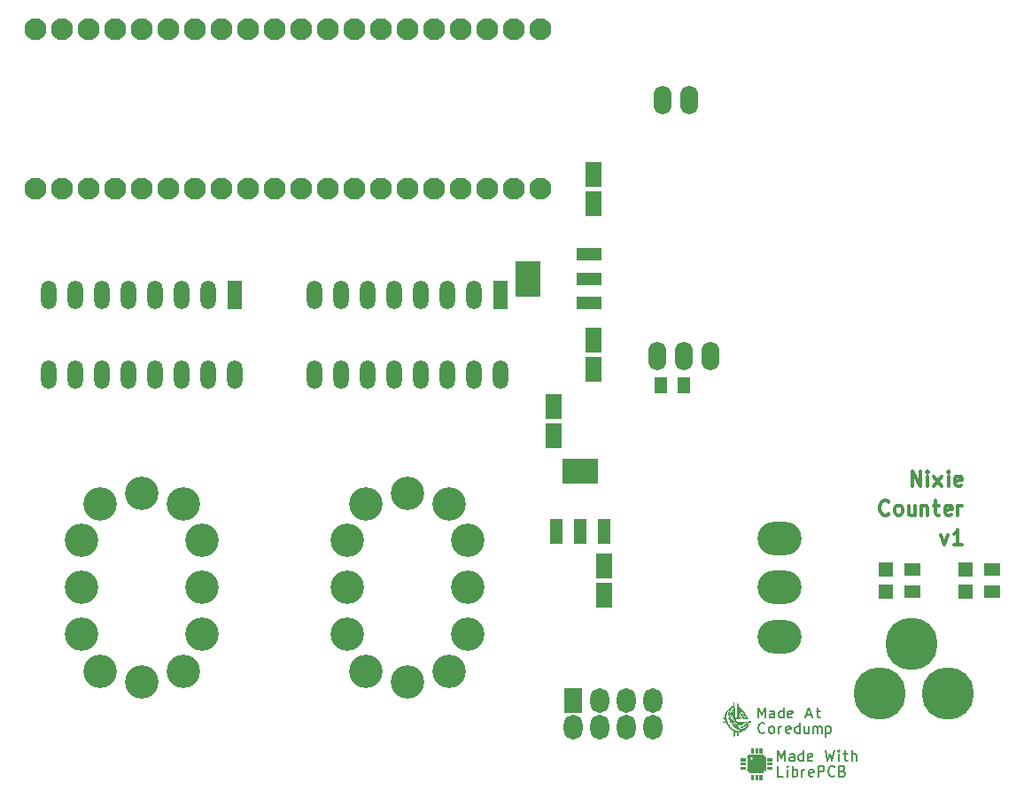
<source format=gbr>
G04 --- HEADER BEGIN --- *
%TF.GenerationSoftware,LibrePCB,LibrePCB,0.1.3*%
%TF.CreationDate,2019-12-12T00:41:35*%
%TF.ProjectId,Nixie Counter - default,cfaec193-39cb-4766-881d-db9368be8cff,v1*%
%TF.Part,Single*%
%FSLAX66Y66*%
%MOMM*%
G01*
G74*
G04 --- HEADER END --- *
G04 --- APERTURE LIST BEGIN --- *
%ADD10C,3.2*%
%ADD11R,1.5X1.15*%
%ADD12R,1.55X2.4*%
%ADD13R,1.15X1.5*%
%ADD14R,3.45X2.35*%
%ADD15R,1.15X2.35*%
%ADD16O,1.47X2.74*%
%ADD17R,1.47X2.74*%
%ADD18C,0.0*%
%ADD19C,0.2*%
%ADD20R,1.4X1.4*%
%ADD21O,1.787X2.39*%
%ADD22R,1.787X2.39*%
%ADD23C,2.1*%
%ADD24R,2.35X3.45*%
%ADD25R,2.35X1.15*%
%ADD26O,4.2X3.2*%
%ADD27O,1.7X2.74*%
%ADD28C,5.0*%
%ADD29C,0.3*%
G04 --- APERTURE LIST END --- *
G04 --- BOARD BEGIN --- *
D10*
X19240000Y12320000D03*
X20990000Y20320000D03*
X19240000Y28320000D03*
X15240000Y11320000D03*
X20990000Y15820000D03*
X11240000Y12320000D03*
X9490000Y24820000D03*
X9490000Y20320000D03*
X11240000Y28320000D03*
X9490000Y15820000D03*
X15240000Y29320000D03*
X20990000Y24820000D03*
D11*
X96520000Y19880000D03*
X96520000Y22030000D03*
D12*
X59450000Y22365264D03*
X59450000Y19545264D03*
D13*
X64886456Y39688000D03*
X67036456Y39688000D03*
D14*
X57150720Y31475360D03*
D15*
X54850720Y25675360D03*
X57150720Y25675360D03*
X59450720Y25675360D03*
D16*
X36830000Y48259984D03*
X49530000Y40639984D03*
X34290000Y40639984D03*
D17*
X49530000Y48259984D03*
D16*
X34290000Y48259984D03*
X44450000Y48259984D03*
X46990000Y48259984D03*
X44450000Y40639984D03*
X31750000Y48259984D03*
X41910000Y40639984D03*
X46990000Y40639984D03*
X39370000Y48259984D03*
X39370000Y40639984D03*
X41910000Y48259984D03*
X36830000Y40639984D03*
X31750000Y40639984D03*
D18*
X71637500Y7760000D02*
X71627500Y7740000D01*
X71667500Y7640000D01*
X71747500Y7500000D01*
X71857500Y7350000D01*
X71977500Y7230000D01*
X72047500Y7150000D01*
X72047500Y7130000D01*
X72027500Y7130000D01*
X71997500Y7120000D01*
X71997500Y7100000D01*
X72097500Y7040000D01*
X72197500Y7000000D01*
X72237500Y7000000D01*
X72227500Y7040000D01*
X72167500Y7130000D01*
X72107500Y7200000D01*
X72067500Y7220000D01*
X72007500Y7250000D01*
X71917500Y7350000D01*
X71737500Y7610000D01*
X71637500Y7760000D01*
X71637500Y7760000D01*
G36*
X71637500Y7760000D02*
X71627500Y7740000D01*
X71667500Y7640000D01*
X71747500Y7500000D01*
X71857500Y7350000D01*
X71977500Y7230000D01*
X72047500Y7150000D01*
X72047500Y7130000D01*
X72027500Y7130000D01*
X71997500Y7120000D01*
X71997500Y7100000D01*
X72097500Y7040000D01*
X72197500Y7000000D01*
X72237500Y7000000D01*
X72227500Y7040000D01*
X72167500Y7130000D01*
X72107500Y7200000D01*
X72067500Y7220000D01*
X72007500Y7250000D01*
X71917500Y7350000D01*
X71737500Y7610000D01*
X71637500Y7760000D01*
X71637500Y7760000D01*
G37*
X72507500Y6650000D02*
X72397500Y6600000D01*
X72257500Y6580000D01*
X72047500Y6600000D01*
X71917500Y6650000D01*
X71857500Y6680000D01*
X71767500Y6740000D01*
X71687500Y6780000D01*
X71677500Y6800000D01*
X71657500Y6810000D01*
X71587500Y6860000D01*
X71547500Y6930000D01*
X71537500Y6930000D01*
X71477500Y6970000D01*
X71457500Y6990000D01*
X71467500Y6990000D01*
X71467500Y7010000D01*
X71407500Y7080000D01*
X71317500Y7180000D01*
X71307500Y7200000D01*
X71337500Y7190000D01*
X71337500Y7200000D01*
X71297500Y7240000D01*
X71237500Y7340000D01*
X71207500Y7390000D01*
X71187500Y7430000D01*
X71167500Y7480000D01*
X71147500Y7520000D01*
X71147500Y7560000D01*
X71117500Y7610000D01*
X71067500Y7840000D01*
X71057500Y8100000D01*
X71087500Y8320000D01*
X71107500Y8370000D01*
X71137500Y8430000D01*
X71167500Y8490000D01*
X71237500Y8590000D01*
X71287500Y8640000D01*
X71327500Y8650000D01*
X71347500Y8650000D01*
X71387500Y8690000D01*
X71427500Y8710000D01*
X71407500Y8660000D01*
X71337500Y8510000D01*
X71317500Y8270000D01*
X71337500Y8000000D01*
X71347500Y7880000D01*
X71327500Y7830000D01*
X71347500Y7840000D01*
X71367500Y7850000D01*
X71377500Y7840000D01*
X71377500Y7800000D01*
X71397500Y7760000D01*
X71427500Y7700000D01*
X71467500Y7590000D01*
X71497500Y7510000D01*
X71547500Y7450000D01*
X71607500Y7370000D01*
X71817500Y7090000D01*
X72007500Y6940000D01*
X72177500Y6830000D01*
X72277500Y6790000D01*
X72397500Y6740000D01*
X72527500Y6720000D01*
X72617500Y6710000D01*
X72507500Y6650000D01*
X72547500Y6610000D01*
X72697500Y6690000D01*
X72907500Y6840000D01*
X73047500Y6990000D01*
X73127500Y7150000D01*
X73167500Y7350000D01*
X73177500Y7460000D01*
X73407500Y7500000D01*
X73397500Y7520000D01*
X73377500Y7530000D01*
X73327500Y7530000D01*
X73087500Y7510000D01*
X72107500Y7510000D01*
X72057500Y7560000D01*
X71977500Y7680000D01*
X71957500Y7750000D01*
X71967500Y7800000D01*
X72397500Y7840000D01*
X72427500Y7850000D01*
X72427500Y7860000D01*
X72437500Y7870000D01*
X72477500Y7870000D01*
X72537500Y7870000D01*
X72527500Y7900000D01*
X72377500Y7920000D01*
X72357500Y7940000D01*
X72317500Y8000000D01*
X72277500Y8060000D01*
X72277500Y8100000D01*
X72297500Y8190000D01*
X72317500Y8260000D01*
X72317500Y8310000D01*
X72337500Y8340000D01*
X72387500Y8330000D01*
X72487500Y8250000D01*
X72597500Y8110000D01*
X72627500Y8040000D01*
X72677500Y7950000D01*
X72687500Y7920000D01*
X72667500Y7910000D01*
X72527500Y7900000D01*
X72537500Y7870000D01*
X72897500Y7850000D01*
X72897500Y7880000D01*
X72767500Y7910000D01*
X72687500Y8060000D01*
X72617500Y8190000D01*
X72537500Y8280000D01*
X72427500Y8380000D01*
X72317500Y8450000D01*
X72207500Y8500000D01*
X72207500Y8670000D01*
X72207500Y8850000D01*
X72257500Y8830000D01*
X72367500Y8780000D01*
X72497500Y8690000D01*
X72747500Y8430000D01*
X72927500Y8150000D01*
X73027500Y7920000D01*
X72997500Y7890000D01*
X72897500Y7880000D01*
X72897500Y7850000D01*
X73127500Y7840000D01*
X73107500Y7880000D01*
X73017500Y8070000D01*
X72857500Y8360000D01*
X72727500Y8530000D01*
X72567500Y8690000D01*
X72397500Y8820000D01*
X72257500Y8900000D01*
X72207500Y8920000D01*
X72217500Y9070000D01*
X72197500Y9210000D01*
X72157500Y9220000D01*
X72157500Y7930000D01*
X72097500Y7900000D01*
X71997500Y7890000D01*
X71877500Y7920000D01*
X71847500Y8050000D01*
X71847500Y8380000D01*
X71847500Y8610000D01*
X71787500Y8610000D01*
X71757500Y8200000D01*
X71747500Y8090000D01*
X71757500Y7980000D01*
X71837500Y7740000D01*
X71967500Y7510000D01*
X72147500Y7340000D01*
X72307500Y7260000D01*
X72447500Y7230000D01*
X72587500Y7260000D01*
X72687500Y7330000D01*
X72817500Y7460000D01*
X72947500Y7470000D01*
X73047500Y7470000D01*
X73097500Y7450000D01*
X73117500Y7400000D01*
X73107500Y7310000D01*
X73067500Y7130000D01*
X72967500Y6970000D01*
X72827500Y6850000D01*
X72637500Y6790000D01*
X72437500Y6800000D01*
X72227500Y6870000D01*
X72027500Y7000000D01*
X71837500Y7180000D01*
X71667500Y7390000D01*
X71527500Y7640000D01*
X71427500Y7920000D01*
X71397500Y8100000D01*
X71397500Y8300000D01*
X71417500Y8490000D01*
X71467500Y8650000D01*
X71547500Y8770000D01*
X71657500Y8870000D01*
X71737500Y8920000D01*
X71777500Y8920000D01*
X71787500Y8870000D01*
X71787500Y8610000D01*
X71847500Y8610000D01*
X71837500Y9100000D01*
X71837500Y9270000D01*
X71817500Y9320000D01*
X71797500Y9150000D01*
X71787500Y9020000D01*
X71737500Y8980000D01*
X71427500Y8800000D01*
X71167500Y8610000D01*
X71087500Y8490000D01*
X71027500Y8350000D01*
X70997500Y8190000D01*
X70977500Y8010000D01*
X70977500Y7880000D01*
X70797500Y7840000D01*
X70797500Y7810000D01*
X70997500Y7810000D01*
X71057500Y7540000D01*
X70897500Y7500000D01*
X70797500Y7460000D01*
X70827500Y7450000D01*
X70887500Y7450000D01*
X71107500Y7460000D01*
X71137500Y7380000D01*
X71237500Y7200000D01*
X71387500Y7000000D01*
X71557500Y6810000D01*
X71707500Y6690000D01*
X71797500Y6630000D01*
X71787500Y6360000D01*
X71807500Y6130000D01*
X71847500Y6170000D01*
X71857500Y6370000D01*
X71867500Y6480000D01*
X71877500Y6560000D01*
X71897500Y6580000D01*
X72047500Y6540000D01*
X72167500Y6500000D01*
X72167500Y6350000D01*
X72157500Y6210000D01*
X72207500Y6230000D01*
X72207500Y6370000D01*
X72207500Y6390000D01*
X72217500Y6460000D01*
X72217500Y6410000D01*
X72207500Y6370000D01*
X72217500Y6440000D01*
X72237500Y6500000D01*
X72287500Y6510000D01*
X72457500Y6550000D01*
X72547500Y6610000D01*
X72507500Y6650000D01*
G36*
X72507500Y6650000D02*
X72397500Y6600000D01*
X72257500Y6580000D01*
X72047500Y6600000D01*
X71917500Y6650000D01*
X71857500Y6680000D01*
X71767500Y6740000D01*
X71687500Y6780000D01*
X71677500Y6800000D01*
X71657500Y6810000D01*
X71587500Y6860000D01*
X71547500Y6930000D01*
X71537500Y6930000D01*
X71477500Y6970000D01*
X71457500Y6990000D01*
X71467500Y6990000D01*
X71467500Y7010000D01*
X71407500Y7080000D01*
X71317500Y7180000D01*
X71307500Y7200000D01*
X71337500Y7190000D01*
X71337500Y7200000D01*
X71297500Y7240000D01*
X71237500Y7340000D01*
X71207500Y7390000D01*
X71187500Y7430000D01*
X71167500Y7480000D01*
X71147500Y7520000D01*
X71147500Y7560000D01*
X71117500Y7610000D01*
X71067500Y7840000D01*
X71057500Y8100000D01*
X71087500Y8320000D01*
X71107500Y8370000D01*
X71137500Y8430000D01*
X71167500Y8490000D01*
X71237500Y8590000D01*
X71287500Y8640000D01*
X71327500Y8650000D01*
X71347500Y8650000D01*
X71387500Y8690000D01*
X71427500Y8710000D01*
X71407500Y8660000D01*
X71337500Y8510000D01*
X71317500Y8270000D01*
X71337500Y8000000D01*
X71347500Y7880000D01*
X71327500Y7830000D01*
X71347500Y7840000D01*
X71367500Y7850000D01*
X71377500Y7840000D01*
X71377500Y7800000D01*
X71397500Y7760000D01*
X71427500Y7700000D01*
X71467500Y7590000D01*
X71497500Y7510000D01*
X71547500Y7450000D01*
X71607500Y7370000D01*
X71817500Y7090000D01*
X72007500Y6940000D01*
X72177500Y6830000D01*
X72277500Y6790000D01*
X72397500Y6740000D01*
X72527500Y6720000D01*
X72617500Y6710000D01*
X72507500Y6650000D01*
X72547500Y6610000D01*
X72697500Y6690000D01*
X72907500Y6840000D01*
X73047500Y6990000D01*
X73127500Y7150000D01*
X73167500Y7350000D01*
X73177500Y7460000D01*
X73407500Y7500000D01*
X73397500Y7520000D01*
X73377500Y7530000D01*
X73327500Y7530000D01*
X73087500Y7510000D01*
X72107500Y7510000D01*
X72057500Y7560000D01*
X71977500Y7680000D01*
X71957500Y7750000D01*
X71967500Y7800000D01*
X72397500Y7840000D01*
X72427500Y7850000D01*
X72427500Y7860000D01*
X72437500Y7870000D01*
X72477500Y7870000D01*
X72537500Y7870000D01*
X72527500Y7900000D01*
X72377500Y7920000D01*
X72357500Y7940000D01*
X72317500Y8000000D01*
X72277500Y8060000D01*
X72277500Y8100000D01*
X72297500Y8190000D01*
X72317500Y8260000D01*
X72317500Y8310000D01*
X72337500Y8340000D01*
X72387500Y8330000D01*
X72487500Y8250000D01*
X72597500Y8110000D01*
X72627500Y8040000D01*
X72677500Y7950000D01*
X72687500Y7920000D01*
X72667500Y7910000D01*
X72527500Y7900000D01*
X72537500Y7870000D01*
X72897500Y7850000D01*
X72897500Y7880000D01*
X72767500Y7910000D01*
X72687500Y8060000D01*
X72617500Y8190000D01*
X72537500Y8280000D01*
X72427500Y8380000D01*
X72317500Y8450000D01*
X72207500Y8500000D01*
X72207500Y8670000D01*
X72207500Y8850000D01*
X72257500Y8830000D01*
X72367500Y8780000D01*
X72497500Y8690000D01*
X72747500Y8430000D01*
X72927500Y8150000D01*
X73027500Y7920000D01*
X72997500Y7890000D01*
X72897500Y7880000D01*
X72897500Y7850000D01*
X73127500Y7840000D01*
X73107500Y7880000D01*
X73017500Y8070000D01*
X72857500Y8360000D01*
X72727500Y8530000D01*
X72567500Y8690000D01*
X72397500Y8820000D01*
X72257500Y8900000D01*
X72207500Y8920000D01*
X72217500Y9070000D01*
X72197500Y9210000D01*
X72157500Y9220000D01*
X72157500Y7930000D01*
X72097500Y7900000D01*
X71997500Y7890000D01*
X71877500Y7920000D01*
X71847500Y8050000D01*
X71847500Y8380000D01*
X71847500Y8610000D01*
X71787500Y8610000D01*
X71757500Y8200000D01*
X71747500Y8090000D01*
X71757500Y7980000D01*
X71837500Y7740000D01*
X71967500Y7510000D01*
X72147500Y7340000D01*
X72307500Y7260000D01*
X72447500Y7230000D01*
X72587500Y7260000D01*
X72687500Y7330000D01*
X72817500Y7460000D01*
X72947500Y7470000D01*
X73047500Y7470000D01*
X73097500Y7450000D01*
X73117500Y7400000D01*
X73107500Y7310000D01*
X73067500Y7130000D01*
X72967500Y6970000D01*
X72827500Y6850000D01*
X72637500Y6790000D01*
X72437500Y6800000D01*
X72227500Y6870000D01*
X72027500Y7000000D01*
X71837500Y7180000D01*
X71667500Y7390000D01*
X71527500Y7640000D01*
X71427500Y7920000D01*
X71397500Y8100000D01*
X71397500Y8300000D01*
X71417500Y8490000D01*
X71467500Y8650000D01*
X71547500Y8770000D01*
X71657500Y8870000D01*
X71737500Y8920000D01*
X71777500Y8920000D01*
X71787500Y8870000D01*
X71787500Y8610000D01*
X71847500Y8610000D01*
X71837500Y9100000D01*
X71837500Y9270000D01*
X71817500Y9320000D01*
X71797500Y9150000D01*
X71787500Y9020000D01*
X71737500Y8980000D01*
X71427500Y8800000D01*
X71167500Y8610000D01*
X71087500Y8490000D01*
X71027500Y8350000D01*
X70997500Y8190000D01*
X70977500Y8010000D01*
X70977500Y7880000D01*
X70797500Y7840000D01*
X70797500Y7810000D01*
X70997500Y7810000D01*
X71057500Y7540000D01*
X70897500Y7500000D01*
X70797500Y7460000D01*
X70827500Y7450000D01*
X70887500Y7450000D01*
X71107500Y7460000D01*
X71137500Y7380000D01*
X71237500Y7200000D01*
X71387500Y7000000D01*
X71557500Y6810000D01*
X71707500Y6690000D01*
X71797500Y6630000D01*
X71787500Y6360000D01*
X71807500Y6130000D01*
X71847500Y6170000D01*
X71857500Y6370000D01*
X71867500Y6480000D01*
X71877500Y6560000D01*
X71897500Y6580000D01*
X72047500Y6540000D01*
X72167500Y6500000D01*
X72167500Y6350000D01*
X72157500Y6210000D01*
X72207500Y6230000D01*
X72207500Y6370000D01*
X72207500Y6390000D01*
X72217500Y6460000D01*
X72217500Y6410000D01*
X72207500Y6370000D01*
X72217500Y6440000D01*
X72237500Y6500000D01*
X72287500Y6510000D01*
X72457500Y6550000D01*
X72547500Y6610000D01*
X72507500Y6650000D01*
G37*
X73007500Y7410000D02*
X72817500Y7220000D01*
X72847500Y7220000D01*
X72867500Y7220000D01*
X72877500Y7210000D01*
X72827500Y7150000D01*
X72697500Y7080000D01*
X72537500Y7050000D01*
X72447500Y7030000D01*
X72477500Y7010000D01*
X72567500Y7010000D01*
X72737500Y7040000D01*
X72867500Y7130000D01*
X72947500Y7180000D01*
X72967500Y7200000D01*
X72987500Y7290000D01*
X73007500Y7410000D01*
X73007500Y7410000D01*
G36*
X73007500Y7410000D02*
X72817500Y7220000D01*
X72847500Y7220000D01*
X72867500Y7220000D01*
X72877500Y7210000D01*
X72827500Y7150000D01*
X72697500Y7080000D01*
X72537500Y7050000D01*
X72447500Y7030000D01*
X72477500Y7010000D01*
X72567500Y7010000D01*
X72737500Y7040000D01*
X72867500Y7130000D01*
X72947500Y7180000D01*
X72967500Y7200000D01*
X72987500Y7290000D01*
X73007500Y7410000D01*
X73007500Y7410000D01*
G37*
X71677500Y8620000D02*
X71647500Y8610000D01*
X71597500Y8510000D01*
X71567500Y8370000D01*
X71557500Y8340000D01*
X71527500Y8320000D01*
X71497500Y8300000D01*
X71497500Y8280000D01*
X71517500Y8170000D01*
X71537500Y8080000D01*
X71577500Y8070000D01*
X71607500Y8130000D01*
X71647500Y8290000D01*
X71637500Y8320000D01*
X71617500Y8330000D01*
X71607500Y8380000D01*
X71647500Y8520000D01*
X71677500Y8590000D01*
X71677500Y8620000D01*
X71677500Y8620000D01*
G36*
X71677500Y8620000D02*
X71647500Y8610000D01*
X71597500Y8510000D01*
X71567500Y8370000D01*
X71557500Y8340000D01*
X71527500Y8320000D01*
X71497500Y8300000D01*
X71497500Y8280000D01*
X71517500Y8170000D01*
X71537500Y8080000D01*
X71577500Y8070000D01*
X71607500Y8130000D01*
X71647500Y8290000D01*
X71637500Y8320000D01*
X71617500Y8330000D01*
X71607500Y8380000D01*
X71647500Y8520000D01*
X71677500Y8590000D01*
X71677500Y8620000D01*
X71677500Y8620000D01*
G37*
X72277500Y8670000D02*
X72347500Y8560000D01*
X72447500Y8460000D01*
X72457500Y8480000D01*
X72467500Y8500000D01*
X72527500Y8460000D01*
X72617500Y8370000D01*
X72767500Y8170000D01*
X72827500Y8080000D01*
X72847500Y8070000D01*
X72857500Y8090000D01*
X72757500Y8250000D01*
X72587500Y8460000D01*
X72507500Y8560000D01*
X72527500Y8580000D01*
X72407500Y8640000D01*
X72277500Y8670000D01*
X72277500Y8670000D01*
G36*
X72277500Y8670000D02*
X72347500Y8560000D01*
X72447500Y8460000D01*
X72457500Y8480000D01*
X72467500Y8500000D01*
X72527500Y8460000D01*
X72617500Y8370000D01*
X72767500Y8170000D01*
X72827500Y8080000D01*
X72847500Y8070000D01*
X72857500Y8090000D01*
X72757500Y8250000D01*
X72587500Y8460000D01*
X72507500Y8560000D01*
X72527500Y8580000D01*
X72407500Y8640000D01*
X72277500Y8670000D01*
X72277500Y8670000D01*
G37*
D19*
X74172500Y7860000D02*
X74172500Y8860000D01*
X74505833Y8145556D01*
X74839167Y8860000D01*
X74839167Y7860000D01*
X75715834Y7860000D02*
X75715834Y8383333D01*
X75668056Y8478889D01*
X75572500Y8526667D01*
X75382500Y8526667D01*
X75286945Y8478889D01*
X75715834Y7907778D02*
X75620278Y7860000D01*
X75382500Y7860000D01*
X75286945Y7907778D01*
X75239167Y8003333D01*
X75239167Y8097778D01*
X75286945Y8193333D01*
X75382500Y8241111D01*
X75620278Y8241111D01*
X75715834Y8288889D01*
X76592501Y7860000D02*
X76592501Y8860000D01*
X76592501Y7907778D02*
X76496945Y7860000D01*
X76305834Y7860000D01*
X76211390Y7907778D01*
X76163612Y7955556D01*
X76115834Y8050000D01*
X76115834Y8336667D01*
X76163612Y8431111D01*
X76211390Y8478889D01*
X76305834Y8526667D01*
X76496945Y8526667D01*
X76592501Y8478889D01*
X77421390Y7907778D02*
X77325834Y7860000D01*
X77135834Y7860000D01*
X77040279Y7907778D01*
X76992501Y8003333D01*
X76992501Y8383333D01*
X77040279Y8478889D01*
X77135834Y8526667D01*
X77325834Y8526667D01*
X77421390Y8478889D01*
X77469168Y8383333D01*
X77469168Y8288889D01*
X76992501Y8193333D01*
X78764723Y8145556D02*
X79240278Y8145556D01*
X78669167Y7860000D02*
X79002500Y8860000D01*
X79335834Y7860000D01*
X79735834Y8526667D02*
X80116945Y8526667D01*
X79879167Y8860000D02*
X79879167Y8003333D01*
X79925834Y7907778D01*
X80021390Y7860000D01*
X80116945Y7860000D01*
X74791389Y6475556D02*
X74743611Y6427778D01*
X74601389Y6380000D01*
X74505833Y6380000D01*
X74362500Y6427778D01*
X74268056Y6523333D01*
X74220278Y6617778D01*
X74172500Y6808889D01*
X74172500Y6951111D01*
X74220278Y7142222D01*
X74268056Y7236667D01*
X74362500Y7332222D01*
X74505833Y7380000D01*
X74601389Y7380000D01*
X74743611Y7332222D01*
X74791389Y7284444D01*
X75381389Y6380000D02*
X75286945Y6427778D01*
X75239167Y6475556D01*
X75191389Y6570000D01*
X75191389Y6856667D01*
X75239167Y6951111D01*
X75286945Y6998889D01*
X75381389Y7046667D01*
X75524722Y7046667D01*
X75620278Y6998889D01*
X75668056Y6951111D01*
X75714722Y6856667D01*
X75714722Y6570000D01*
X75668056Y6475556D01*
X75620278Y6427778D01*
X75524722Y6380000D01*
X75381389Y6380000D01*
X76114722Y6380000D02*
X76114722Y7046667D01*
X76114722Y6856667D02*
X76162500Y6951111D01*
X76210278Y6998889D01*
X76304722Y7046667D01*
X76400278Y7046667D01*
X77229167Y6427778D02*
X77133611Y6380000D01*
X76943611Y6380000D01*
X76848056Y6427778D01*
X76800278Y6523333D01*
X76800278Y6903333D01*
X76848056Y6998889D01*
X76943611Y7046667D01*
X77133611Y7046667D01*
X77229167Y6998889D01*
X77276945Y6903333D01*
X77276945Y6808889D01*
X76800278Y6713333D01*
X78153612Y6380000D02*
X78153612Y7380000D01*
X78153612Y6427778D02*
X78058056Y6380000D01*
X77866945Y6380000D01*
X77772501Y6427778D01*
X77724723Y6475556D01*
X77676945Y6570000D01*
X77676945Y6856667D01*
X77724723Y6951111D01*
X77772501Y6998889D01*
X77866945Y7046667D01*
X78058056Y7046667D01*
X78153612Y6998889D01*
X78982501Y7046667D02*
X78982501Y6380000D01*
X78553612Y7046667D02*
X78553612Y6523333D01*
X78601390Y6427778D01*
X78696945Y6380000D01*
X78839168Y6380000D01*
X78934723Y6427778D01*
X78982501Y6475556D01*
X79382501Y6380000D02*
X79382501Y7046667D01*
X79382501Y6951111D02*
X79430279Y6998889D01*
X79525834Y7046667D01*
X79668057Y7046667D01*
X79763612Y6998889D01*
X79811390Y6903333D01*
X79811390Y6380000D01*
X79811390Y6903333D02*
X79859168Y6998889D01*
X79953612Y7046667D01*
X80096945Y7046667D01*
X80192501Y6998889D01*
X80239168Y6903333D01*
X80239168Y6380000D01*
X80639168Y7046667D02*
X80639168Y6046667D01*
X80639168Y6998889D02*
X80734724Y7046667D01*
X80924724Y7046667D01*
X81020279Y6998889D01*
X81068057Y6951111D01*
X81115835Y6856667D01*
X81115835Y6570000D01*
X81068057Y6475556D01*
X81020279Y6427778D01*
X80924724Y6380000D01*
X80734724Y6380000D01*
X80639168Y6427778D01*
D20*
X93980000Y22005000D03*
X93980000Y19905000D03*
D21*
X56515760Y6985104D03*
X59055760Y9525104D03*
X64135760Y9525104D03*
X61595760Y9525104D03*
X64135760Y6985104D03*
X59055760Y6985104D03*
X61595760Y6985104D03*
D22*
X56515760Y9525104D03*
D11*
X88900000Y19880000D03*
X88900000Y22030000D03*
D23*
X15240000Y58420000D03*
X40640000Y58420000D03*
X50800000Y58420000D03*
X45720000Y58420000D03*
X30480000Y73660000D03*
X45720000Y73660000D03*
X27940000Y58420000D03*
X7620000Y58420000D03*
X17780000Y58420000D03*
X53340000Y73660000D03*
X27940000Y73660000D03*
X35560000Y58420000D03*
X5080000Y73660000D03*
X35560000Y73660000D03*
X43180000Y58420000D03*
X25400000Y73660000D03*
X5080000Y58420000D03*
X50800000Y73660000D03*
X30480000Y58420000D03*
X33020000Y73660000D03*
X17780000Y73660000D03*
X12700000Y58420000D03*
X20320000Y58420000D03*
X10160000Y73660000D03*
X38100000Y58420000D03*
X40640000Y73660000D03*
X53340000Y58420000D03*
X22860000Y58420000D03*
X25400000Y58420000D03*
X48260000Y73660000D03*
X43180000Y73660000D03*
X38100000Y73660000D03*
X10160000Y58420000D03*
X15240000Y73660000D03*
X20320000Y73660000D03*
X12700000Y73660000D03*
X33020000Y58420000D03*
X7620000Y73660000D03*
X22860000Y73660000D03*
X48260000Y58420000D03*
D10*
X44640000Y12320000D03*
X46390000Y20320000D03*
X44640000Y28320000D03*
X40640000Y11320000D03*
X46390000Y15820000D03*
X36640000Y12320000D03*
X34890000Y24820000D03*
X34890000Y20320000D03*
X36640000Y28320000D03*
X34890000Y15820000D03*
X40640000Y29320000D03*
X46390000Y24820000D03*
D16*
X11430000Y48259984D03*
X24130000Y40639984D03*
X8890000Y40639984D03*
D17*
X24130000Y48259984D03*
D16*
X8890000Y48259984D03*
X19050000Y48259984D03*
X21590000Y48259984D03*
X19050000Y40639984D03*
X6350000Y48259984D03*
X16510000Y40639984D03*
X21590000Y40639984D03*
X13970000Y48259984D03*
X13970000Y40639984D03*
X16510000Y48259984D03*
X11430000Y40639984D03*
X6350000Y40639984D03*
D24*
X52186250Y49847500D03*
D25*
X57986250Y47547500D03*
X57986250Y49847500D03*
X57986250Y52147500D03*
D18*
X75037500Y3192500D02*
X75457500Y3192500D01*
X75457500Y2992500D01*
X75037500Y2992500D01*
X75037500Y3192500D01*
G36*
X75037500Y3192500D02*
X75457500Y3192500D01*
X75457500Y2992500D01*
X75037500Y2992500D01*
X75037500Y3192500D01*
G37*
X73877500Y4552500D02*
X74077500Y4552500D01*
X74077500Y4972500D01*
X73877500Y4972500D01*
X73877500Y4552500D01*
G36*
X73877500Y4552500D02*
X74077500Y4552500D01*
X74077500Y4972500D01*
X73877500Y4972500D01*
X73877500Y4552500D01*
G37*
X73477500Y4552500D02*
X73677500Y4552500D01*
X73677500Y4972500D01*
X73477500Y4972500D01*
X73477500Y4552500D01*
G36*
X73477500Y4552500D02*
X73677500Y4552500D01*
X73677500Y4972500D01*
X73477500Y4972500D01*
X73477500Y4552500D01*
G37*
X72917500Y3992500D02*
X72497500Y3992500D01*
X72497500Y3792500D01*
X72917500Y3792500D01*
X72917500Y3992500D01*
G36*
X72917500Y3992500D02*
X72497500Y3992500D01*
X72497500Y3792500D01*
X72917500Y3792500D01*
X72917500Y3992500D01*
G37*
X73877500Y2432500D02*
X74077500Y2432500D01*
X74077500Y2012500D01*
X73877500Y2012500D01*
X73877500Y2432500D01*
G36*
X73877500Y2432500D02*
X74077500Y2432500D01*
X74077500Y2012500D01*
X73877500Y2012500D01*
X73877500Y2432500D01*
G37*
X73342500Y4339500D02*
X74612500Y4339500D01*
G75*
G02*
X74824500Y4127500I0J-212000D01*
G01*
X74824500Y2857500D01*
G02*
X74612500Y2645500I-212000J0D01*
G01*
X73342500Y2645500D01*
G02*
X73130500Y2857500I0J212000D01*
G01*
X73130500Y3957500D01*
X73345500Y3957500D01*
G03*
X73512500Y3790500I167000J0D01*
G01*
G03*
X73679500Y3957500I0J167000D01*
G01*
G03*
X73512500Y4124500I-167000J0D01*
G01*
G03*
X73345500Y3957500I0J-167000D01*
G01*
X73130500Y3957500D01*
X73130500Y4127500D01*
G02*
X73342500Y4339500I212000J0D01*
G01*
G36*
X73342500Y4339500D02*
X74612500Y4339500D01*
G02*
X74824500Y4127500I0J-212000D01*
G01*
X74824500Y2857500D01*
G02*
X74612500Y2645500I-212000J0D01*
G01*
X73342500Y2645500D01*
G02*
X73130500Y2857500I0J212000D01*
G01*
X73130500Y3957500D01*
X73345500Y3957500D01*
G03*
X73512500Y3790500I167000J0D01*
G01*
G03*
X73679500Y3957500I0J167000D01*
G01*
G03*
X73512500Y4124500I-167000J0D01*
G01*
G03*
X73345500Y3957500I0J-167000D01*
G01*
X73130500Y3957500D01*
X73130500Y4127500D01*
G02*
X73342500Y4339500I212000J0D01*
G01*
G37*
X75037500Y3992500D02*
X75457500Y3992500D01*
X75457500Y3792500D01*
X75037500Y3792500D01*
X75037500Y3992500D01*
G36*
X75037500Y3992500D02*
X75457500Y3992500D01*
X75457500Y3792500D01*
X75037500Y3792500D01*
X75037500Y3992500D01*
G37*
X74277500Y4552500D02*
X74477500Y4552500D01*
X74477500Y4972500D01*
X74277500Y4972500D01*
X74277500Y4552500D01*
G36*
X74277500Y4552500D02*
X74477500Y4552500D01*
X74477500Y4972500D01*
X74277500Y4972500D01*
X74277500Y4552500D01*
G37*
X72917500Y3592500D02*
X72497500Y3592500D01*
X72497500Y3392500D01*
X72917500Y3392500D01*
X72917500Y3592500D01*
G36*
X72917500Y3592500D02*
X72497500Y3592500D01*
X72497500Y3392500D01*
X72917500Y3392500D01*
X72917500Y3592500D01*
G37*
X73477500Y2432500D02*
X73677500Y2432500D01*
X73677500Y2012500D01*
X73477500Y2012500D01*
X73477500Y2432500D01*
G36*
X73477500Y2432500D02*
X73677500Y2432500D01*
X73677500Y2012500D01*
X73477500Y2012500D01*
X73477500Y2432500D01*
G37*
X72917500Y3192500D02*
X72497500Y3192500D01*
X72497500Y2992500D01*
X72917500Y2992500D01*
X72917500Y3192500D01*
G36*
X72917500Y3192500D02*
X72497500Y3192500D01*
X72497500Y2992500D01*
X72917500Y2992500D01*
X72917500Y3192500D01*
G37*
X74277500Y2432500D02*
X74477500Y2432500D01*
X74477500Y2012500D01*
X74277500Y2012500D01*
X74277500Y2432500D01*
G36*
X74277500Y2432500D02*
X74477500Y2432500D01*
X74477500Y2012500D01*
X74277500Y2012500D01*
X74277500Y2432500D01*
G37*
X75037500Y3592500D02*
X75457500Y3592500D01*
X75457500Y3392500D01*
X75037500Y3392500D01*
X75037500Y3592500D01*
G36*
X75037500Y3592500D02*
X75457500Y3592500D01*
X75457500Y3392500D01*
X75037500Y3392500D01*
X75037500Y3592500D01*
G37*
D19*
X76077500Y3732500D02*
X76077500Y4732500D01*
X76410833Y4018056D01*
X76744167Y4732500D01*
X76744167Y3732500D01*
X77620834Y3732500D02*
X77620834Y4255833D01*
X77573056Y4351389D01*
X77477500Y4399167D01*
X77287500Y4399167D01*
X77191945Y4351389D01*
X77620834Y3780278D02*
X77525278Y3732500D01*
X77287500Y3732500D01*
X77191945Y3780278D01*
X77144167Y3875833D01*
X77144167Y3970278D01*
X77191945Y4065833D01*
X77287500Y4113611D01*
X77525278Y4113611D01*
X77620834Y4161389D01*
X78497501Y3732500D02*
X78497501Y4732500D01*
X78497501Y3780278D02*
X78401945Y3732500D01*
X78210834Y3732500D01*
X78116390Y3780278D01*
X78068612Y3828056D01*
X78020834Y3922500D01*
X78020834Y4209167D01*
X78068612Y4303611D01*
X78116390Y4351389D01*
X78210834Y4399167D01*
X78401945Y4399167D01*
X78497501Y4351389D01*
X79326390Y3780278D02*
X79230834Y3732500D01*
X79040834Y3732500D01*
X78945279Y3780278D01*
X78897501Y3875833D01*
X78897501Y4255833D01*
X78945279Y4351389D01*
X79040834Y4399167D01*
X79230834Y4399167D01*
X79326390Y4351389D01*
X79374168Y4255833D01*
X79374168Y4161389D01*
X78897501Y4065833D01*
X80574167Y4732500D02*
X80811945Y3732500D01*
X81003056Y4446944D01*
X81193056Y3732500D01*
X81430834Y4732500D01*
X81878612Y3732500D02*
X81878612Y4399167D01*
X81878612Y4732500D02*
X81830834Y4684722D01*
X81878612Y4636944D01*
X81926390Y4684722D01*
X81878612Y4732500D01*
X81878612Y4636944D01*
X82326390Y4399167D02*
X82707501Y4399167D01*
X82469723Y4732500D02*
X82469723Y3875833D01*
X82516390Y3780278D01*
X82611946Y3732500D01*
X82707501Y3732500D01*
X83107501Y3732500D02*
X83107501Y4732500D01*
X83536390Y3732500D02*
X83536390Y4255833D01*
X83488612Y4351389D01*
X83393057Y4399167D01*
X83250834Y4399167D01*
X83155279Y4351389D01*
X83107501Y4303611D01*
X76554167Y2252500D02*
X76077500Y2252500D01*
X76077500Y3252500D01*
X77001945Y2252500D02*
X77001945Y2919167D01*
X77001945Y3252500D02*
X76954167Y3204722D01*
X77001945Y3156944D01*
X77049723Y3204722D01*
X77001945Y3252500D01*
X77001945Y3156944D01*
X77449723Y2252500D02*
X77449723Y3252500D01*
X77449723Y2871389D02*
X77545279Y2919167D01*
X77735279Y2919167D01*
X77830834Y2871389D01*
X77878612Y2823611D01*
X77926390Y2729167D01*
X77926390Y2442500D01*
X77878612Y2348056D01*
X77830834Y2300278D01*
X77735279Y2252500D01*
X77545279Y2252500D01*
X77449723Y2300278D01*
X78326390Y2252500D02*
X78326390Y2919167D01*
X78326390Y2729167D02*
X78374168Y2823611D01*
X78421946Y2871389D01*
X78516390Y2919167D01*
X78611946Y2919167D01*
X79440835Y2300278D02*
X79345279Y2252500D01*
X79155279Y2252500D01*
X79059724Y2300278D01*
X79011946Y2395833D01*
X79011946Y2775833D01*
X79059724Y2871389D01*
X79155279Y2919167D01*
X79345279Y2919167D01*
X79440835Y2871389D01*
X79488613Y2775833D01*
X79488613Y2681389D01*
X79011946Y2585833D01*
X79888613Y2252500D02*
X79888613Y3252500D01*
X80269724Y3252500D01*
X80365280Y3204722D01*
X80411946Y3156944D01*
X80459724Y3062500D01*
X80459724Y2919167D01*
X80411946Y2823611D01*
X80365280Y2775833D01*
X80269724Y2729167D01*
X79888613Y2729167D01*
X81478613Y2348056D02*
X81430835Y2300278D01*
X81288613Y2252500D01*
X81193057Y2252500D01*
X81049724Y2300278D01*
X80955280Y2395833D01*
X80907502Y2490278D01*
X80859724Y2681389D01*
X80859724Y2823611D01*
X80907502Y3014722D01*
X80955280Y3109167D01*
X81049724Y3204722D01*
X81193057Y3252500D01*
X81288613Y3252500D01*
X81430835Y3204722D01*
X81478613Y3156944D01*
X82211946Y2775833D02*
X82355280Y2729167D01*
X82401946Y2681389D01*
X82449724Y2585833D01*
X82449724Y2442500D01*
X82401946Y2348056D01*
X82355280Y2300278D01*
X82259724Y2252500D01*
X81878613Y2252500D01*
X81878613Y3252500D01*
X82211946Y3252500D01*
X82307502Y3204722D01*
X82355280Y3156944D01*
X82401946Y3062500D01*
X82401946Y2966944D01*
X82355280Y2871389D01*
X82307502Y2823611D01*
X82211946Y2775833D01*
X81878613Y2775833D01*
D12*
X58420736Y43955544D03*
X58420736Y41135544D03*
D26*
X76199936Y15620000D03*
X76199936Y25020000D03*
X76199936Y20320000D03*
D27*
X67030992Y42428192D03*
X69570992Y42428192D03*
X65040992Y66928192D03*
X67580992Y66928192D03*
X64490992Y42428192D03*
D20*
X86360000Y22005000D03*
X86360000Y19905000D03*
D12*
X58420736Y57010736D03*
X58420736Y59830736D03*
X54610688Y34785448D03*
X54610688Y37605448D03*
D28*
X92311168Y10160064D03*
X88811168Y14960064D03*
X85811168Y10160064D03*
D29*
X88875388Y30025274D02*
X88875388Y31425274D01*
X89674944Y30025274D01*
X89674944Y31425274D01*
X90321833Y30025274D02*
X90321833Y30958607D01*
X90321833Y31425274D02*
X90254944Y31358385D01*
X90321833Y31291496D01*
X90388722Y31358385D01*
X90321833Y31425274D01*
X90321833Y31291496D01*
X90968722Y30025274D02*
X91701389Y30958607D01*
X90968722Y30958607D02*
X91701389Y30025274D01*
X92348278Y30025274D02*
X92348278Y30958607D01*
X92348278Y31425274D02*
X92281389Y31358385D01*
X92348278Y31291496D01*
X92415167Y31358385D01*
X92348278Y31425274D01*
X92348278Y31291496D01*
X93595611Y30092163D02*
X93461834Y30025274D01*
X93195834Y30025274D01*
X93062056Y30092163D01*
X92995167Y30225941D01*
X92995167Y30757941D01*
X93062056Y30891718D01*
X93195834Y30958607D01*
X93461834Y30958607D01*
X93595611Y30891718D01*
X93662500Y30757941D01*
X93662500Y30625718D01*
X92995167Y30491941D01*
X86648278Y27370165D02*
X86581390Y27303276D01*
X86382278Y27236387D01*
X86248501Y27236387D01*
X86047834Y27303276D01*
X85915612Y27437054D01*
X85848723Y27569276D01*
X85781834Y27836831D01*
X85781834Y28035943D01*
X85848723Y28303498D01*
X85915612Y28435720D01*
X86047834Y28569498D01*
X86248501Y28636387D01*
X86382278Y28636387D01*
X86581390Y28569498D01*
X86648278Y28502609D01*
X87494278Y27236387D02*
X87362056Y27303276D01*
X87295167Y27370165D01*
X87228278Y27502387D01*
X87228278Y27903720D01*
X87295167Y28035943D01*
X87362056Y28102831D01*
X87494278Y28169720D01*
X87694945Y28169720D01*
X87828722Y28102831D01*
X87895611Y28035943D01*
X87960945Y27903720D01*
X87960945Y27502387D01*
X87895611Y27370165D01*
X87828722Y27303276D01*
X87694945Y27236387D01*
X87494278Y27236387D01*
X89141389Y28169720D02*
X89141389Y27236387D01*
X88540945Y28169720D02*
X88540945Y27437054D01*
X88607834Y27303276D01*
X88741612Y27236387D01*
X88940723Y27236387D01*
X89074501Y27303276D01*
X89141389Y27370165D01*
X89721389Y28169720D02*
X89721389Y27236387D01*
X89721389Y28035943D02*
X89788278Y28102831D01*
X89922056Y28169720D01*
X90121167Y28169720D01*
X90254945Y28102831D01*
X90321833Y27969054D01*
X90321833Y27236387D01*
X90901833Y28169720D02*
X91435389Y28169720D01*
X91102500Y28636387D02*
X91102500Y27437054D01*
X91167833Y27303276D01*
X91301611Y27236387D01*
X91435389Y27236387D01*
X92615833Y27303276D02*
X92482056Y27236387D01*
X92216056Y27236387D01*
X92082278Y27303276D01*
X92015389Y27437054D01*
X92015389Y27969054D01*
X92082278Y28102831D01*
X92216056Y28169720D01*
X92482056Y28169720D01*
X92615833Y28102831D01*
X92682722Y27969054D01*
X92682722Y27836831D01*
X92015389Y27703054D01*
X93262722Y27236387D02*
X93262722Y28169720D01*
X93262722Y27903720D02*
X93329611Y28035943D01*
X93396500Y28102831D01*
X93528722Y28169720D01*
X93662500Y28169720D01*
X91615611Y25380833D02*
X91948500Y24447500D01*
X92282944Y25380833D01*
X93662500Y24447500D02*
X92862944Y24447500D01*
X93262722Y24447500D02*
X93262722Y25847500D01*
X93128944Y25646833D01*
X92996722Y25514611D01*
X92862944Y25447722D01*
G04 --- BOARD END --- *
%TF.MD5,03670c22b2303272b6b1e0a10ccafb9a*%
M02*

</source>
